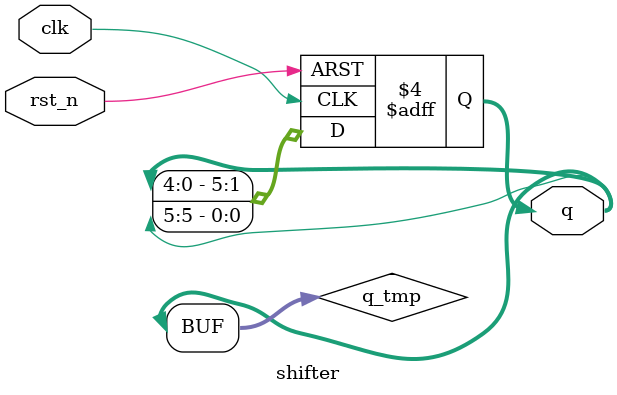
<source format=v>
`timescale 1ns / 1ps

module shifter(
    q,
    clk,
    rst_n
);

output [5:0] q;
input clk;
input rst_n;
reg [5:0] q;
reg [5:0] q_tmp;

always @*
begin
    q_tmp[0] <= q[0];
    q_tmp[1] <= q[1];
    q_tmp[2] <= q[2];
    q_tmp[3] <= q[3];
    q_tmp[4] <= q[4];
    q_tmp[5] <= q[5];  
end

always @(posedge clk or negedge rst_n)
begin
    if (~rst_n)
        q <= 6'b000001;
    else begin
        q[1] <= q_tmp[0];
        q[2] <= q_tmp[1];
        q[3] <= q_tmp[2];
        q[4] <= q_tmp[3];
        q[5] <= q_tmp[4];
        q[0] <= q_tmp[5];
    end
end
endmodule

</source>
